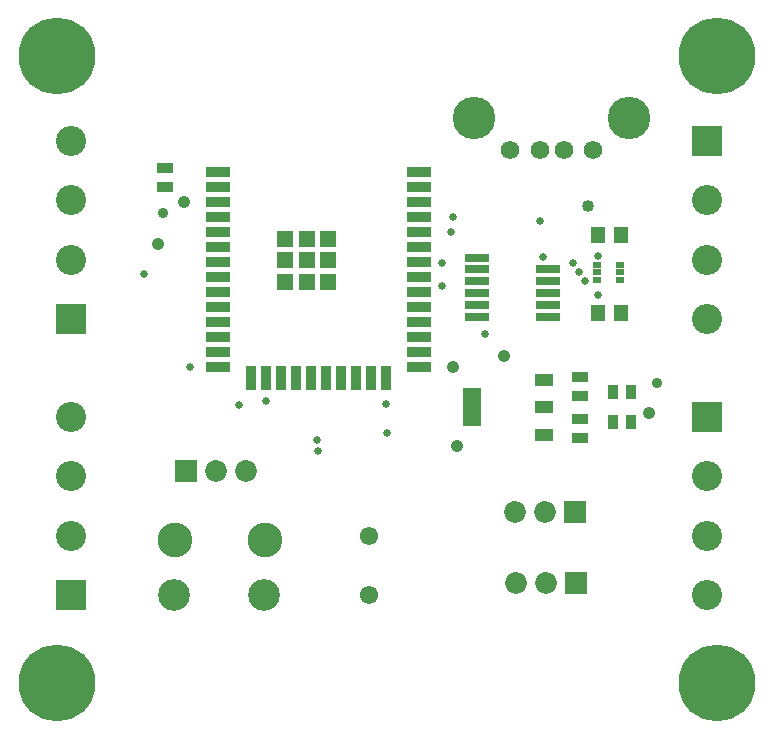
<source format=gts>
G04*
G04 #@! TF.GenerationSoftware,Altium Limited,Altium Designer,22.7.1 (60)*
G04*
G04 Layer_Color=8388736*
%FSLAX25Y25*%
%MOIN*%
G70*
G04*
G04 #@! TF.SameCoordinates,816887E5-1F56-4921-9221-960AF3535DAC*
G04*
G04*
G04 #@! TF.FilePolarity,Negative*
G04*
G01*
G75*
%ADD15R,0.05236X0.05236*%
%ADD16R,0.03543X0.07874*%
%ADD17R,0.07874X0.03543*%
%ADD18R,0.03740X0.04528*%
%ADD19R,0.05217X0.03248*%
%ADD20R,0.08465X0.02559*%
%ADD21R,0.04953X0.05756*%
%ADD22R,0.02559X0.02165*%
G04:AMPARAMS|DCode=23|XSize=41.34mil|YSize=62.99mil|CornerRadius=4.9mil|HoleSize=0mil|Usage=FLASHONLY|Rotation=270.000|XOffset=0mil|YOffset=0mil|HoleType=Round|Shape=RoundedRectangle|*
%AMROUNDEDRECTD23*
21,1,0.04134,0.05319,0,0,270.0*
21,1,0.03154,0.06299,0,0,270.0*
1,1,0.00980,-0.02659,-0.01577*
1,1,0.00980,-0.02659,0.01577*
1,1,0.00980,0.02659,0.01577*
1,1,0.00980,0.02659,-0.01577*
%
%ADD23ROUNDEDRECTD23*%
G04:AMPARAMS|DCode=24|XSize=129.92mil|YSize=62.99mil|CornerRadius=4.95mil|HoleSize=0mil|Usage=FLASHONLY|Rotation=270.000|XOffset=0mil|YOffset=0mil|HoleType=Round|Shape=RoundedRectangle|*
%AMROUNDEDRECTD24*
21,1,0.12992,0.05309,0,0,270.0*
21,1,0.12002,0.06299,0,0,270.0*
1,1,0.00990,-0.02655,-0.06001*
1,1,0.00990,-0.02655,0.06001*
1,1,0.00990,0.02655,0.06001*
1,1,0.00990,0.02655,-0.06001*
%
%ADD24ROUNDEDRECTD24*%
%ADD25C,0.06181*%
%ADD26C,0.14173*%
%ADD27C,0.10039*%
%ADD28R,0.10039X0.10039*%
%ADD29C,0.25591*%
%ADD30C,0.10591*%
%ADD31C,0.06102*%
%ADD32C,0.11591*%
%ADD33R,0.07284X0.07284*%
%ADD34C,0.07284*%
%ADD35C,0.02591*%
%ADD36C,0.04091*%
%ADD37C,0.03591*%
%ADD38C,0.03991*%
D15*
X240461Y231697D02*
D03*
X233236D02*
D03*
X226012D02*
D03*
X240461Y238921D02*
D03*
X233236D02*
D03*
X226012D02*
D03*
X240461Y246146D02*
D03*
X233236D02*
D03*
X226012D02*
D03*
D16*
X259673Y199512D02*
D03*
X254673D02*
D03*
X249673D02*
D03*
X244673D02*
D03*
X239673D02*
D03*
X234673D02*
D03*
X229673D02*
D03*
X224673D02*
D03*
X219673D02*
D03*
X214673D02*
D03*
D17*
X270638Y268449D02*
D03*
Y263449D02*
D03*
Y258449D02*
D03*
Y253449D02*
D03*
Y248449D02*
D03*
Y243449D02*
D03*
Y238449D02*
D03*
Y233449D02*
D03*
Y228449D02*
D03*
Y223449D02*
D03*
Y218449D02*
D03*
Y213449D02*
D03*
Y208449D02*
D03*
Y203449D02*
D03*
X203709D02*
D03*
Y208449D02*
D03*
Y213449D02*
D03*
Y218449D02*
D03*
Y223449D02*
D03*
Y228449D02*
D03*
Y233449D02*
D03*
Y238449D02*
D03*
Y243449D02*
D03*
Y248449D02*
D03*
Y253449D02*
D03*
Y258449D02*
D03*
Y263449D02*
D03*
Y268449D02*
D03*
D18*
X335386Y194839D02*
D03*
X341291D02*
D03*
X335386Y184839D02*
D03*
X341291D02*
D03*
D19*
X324339Y193689D02*
D03*
Y199988D02*
D03*
X185992Y263331D02*
D03*
Y269630D02*
D03*
X324339Y185988D02*
D03*
Y179689D02*
D03*
D20*
X313811Y235874D02*
D03*
Y231937D02*
D03*
Y228000D02*
D03*
Y224063D02*
D03*
Y220126D02*
D03*
X290189D02*
D03*
Y224063D02*
D03*
Y228000D02*
D03*
Y231937D02*
D03*
Y235874D02*
D03*
Y239811D02*
D03*
D21*
X338185Y221339D02*
D03*
X330492D02*
D03*
Y247339D02*
D03*
X338185D02*
D03*
D22*
X330098Y234839D02*
D03*
Y232279D02*
D03*
X337579D02*
D03*
Y234839D02*
D03*
Y237398D02*
D03*
X330098D02*
D03*
D23*
X312445Y180783D02*
D03*
Y189839D02*
D03*
Y198894D02*
D03*
D24*
X288232Y189839D02*
D03*
D25*
X311024Y275630D02*
D03*
X318898D02*
D03*
X301181D02*
D03*
X328740D02*
D03*
D26*
X340827Y286299D02*
D03*
X289094D02*
D03*
D27*
X154772Y239158D02*
D03*
Y258842D02*
D03*
Y278528D02*
D03*
X366728Y258842D02*
D03*
Y239158D02*
D03*
Y219472D02*
D03*
X154772Y147158D02*
D03*
Y166842D02*
D03*
Y186528D02*
D03*
X366728Y166842D02*
D03*
Y147158D02*
D03*
Y127472D02*
D03*
D28*
X154772Y219472D02*
D03*
X366728Y278528D02*
D03*
X154772Y127472D02*
D03*
X366728Y186528D02*
D03*
D29*
X150000Y98000D02*
D03*
Y307000D02*
D03*
X370000D02*
D03*
Y98000D02*
D03*
D30*
X219200Y127200D02*
D03*
X189200D02*
D03*
D31*
X253900Y127258D02*
D03*
Y146942D02*
D03*
D32*
X219300Y145800D02*
D03*
X189300D02*
D03*
D33*
X193200Y168800D02*
D03*
X322839Y154839D02*
D03*
X323200Y131400D02*
D03*
D34*
X203200Y168800D02*
D03*
X213200D02*
D03*
X302839Y154839D02*
D03*
X312839D02*
D03*
X303200Y131400D02*
D03*
X313200D02*
D03*
D35*
X311000Y252000D02*
D03*
X236900Y175300D02*
D03*
X236700Y178900D02*
D03*
X260000Y181400D02*
D03*
X278400Y238000D02*
D03*
X259800Y190900D02*
D03*
X278300Y230200D02*
D03*
X292700Y214500D02*
D03*
X281500Y248200D02*
D03*
X282000Y253500D02*
D03*
X312000Y240000D02*
D03*
X322000Y238000D02*
D03*
X324000Y235000D02*
D03*
X325900Y232000D02*
D03*
X330400Y240300D02*
D03*
X330500Y227400D02*
D03*
X210600Y190700D02*
D03*
X219706Y192000D02*
D03*
X194500Y203400D02*
D03*
X179000Y234500D02*
D03*
D36*
X283465Y177165D02*
D03*
X299030Y206839D02*
D03*
X183627Y244370D02*
D03*
X347400Y188100D02*
D03*
X281900Y203300D02*
D03*
X192500Y258400D02*
D03*
D37*
X350000Y198000D02*
D03*
X185500Y254600D02*
D03*
D38*
X327000Y257000D02*
D03*
M02*

</source>
